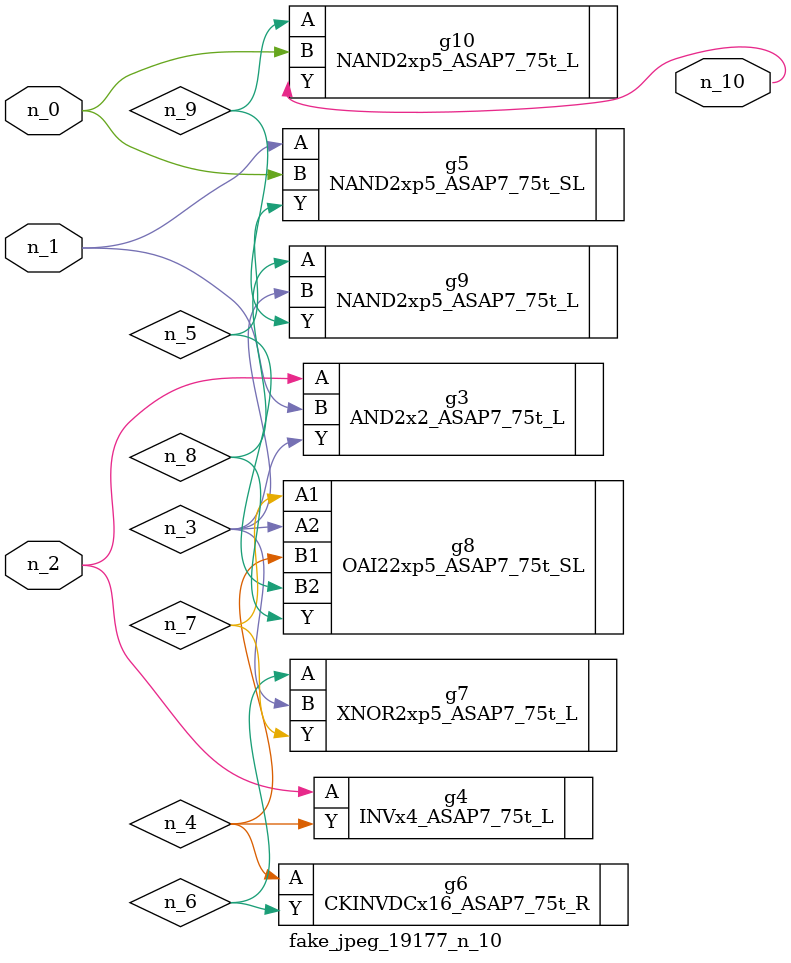
<source format=v>
module fake_jpeg_19177_n_10 (n_0, n_2, n_1, n_10);

input n_0;
input n_2;
input n_1;

output n_10;

wire n_3;
wire n_4;
wire n_8;
wire n_9;
wire n_6;
wire n_5;
wire n_7;

AND2x2_ASAP7_75t_L g3 ( 
.A(n_2),
.B(n_1),
.Y(n_3)
);

INVx4_ASAP7_75t_L g4 ( 
.A(n_2),
.Y(n_4)
);

NAND2xp5_ASAP7_75t_SL g5 ( 
.A(n_1),
.B(n_0),
.Y(n_5)
);

CKINVDCx16_ASAP7_75t_R g6 ( 
.A(n_4),
.Y(n_6)
);

XNOR2xp5_ASAP7_75t_L g7 ( 
.A(n_6),
.B(n_3),
.Y(n_7)
);

OAI22xp5_ASAP7_75t_SL g8 ( 
.A1(n_7),
.A2(n_3),
.B1(n_4),
.B2(n_5),
.Y(n_8)
);

NAND2xp5_ASAP7_75t_L g9 ( 
.A(n_8),
.B(n_3),
.Y(n_9)
);

NAND2xp5_ASAP7_75t_L g10 ( 
.A(n_9),
.B(n_0),
.Y(n_10)
);


endmodule
</source>
